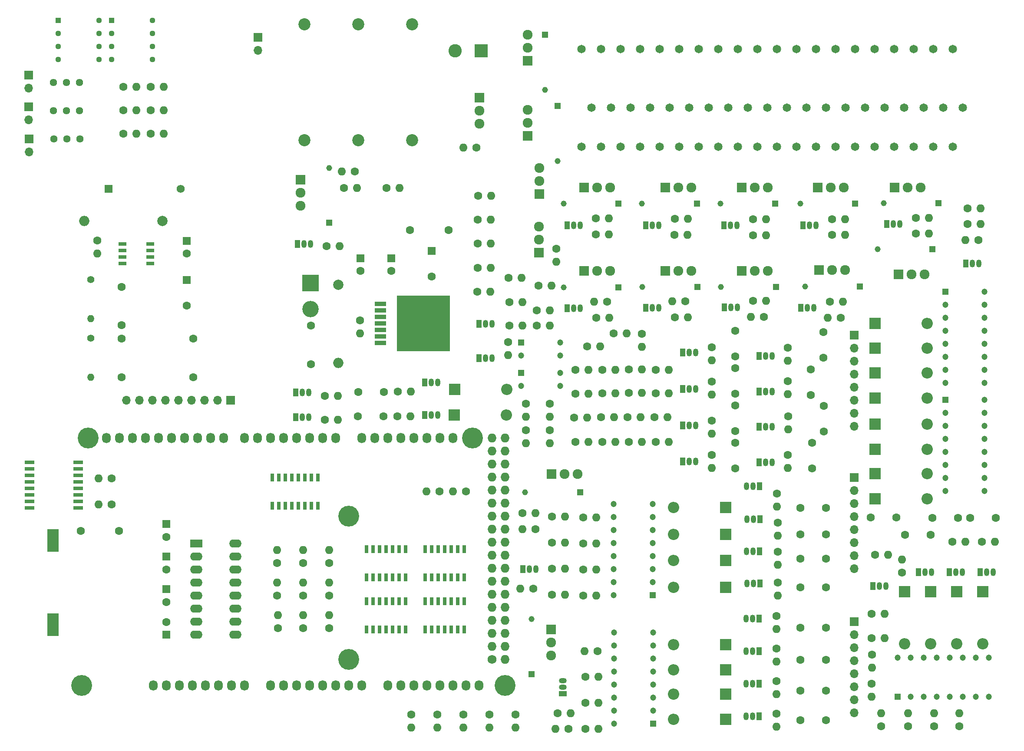
<source format=gbr>
G04 #@! TF.GenerationSoftware,KiCad,Pcbnew,(6.0.0)*
G04 #@! TF.CreationDate,2022-05-11T19:18:30-07:00*
G04 #@! TF.ProjectId,CampKeen,43616d70-4b65-4656-9e2e-6b696361645f,rev?*
G04 #@! TF.SameCoordinates,Original*
G04 #@! TF.FileFunction,Soldermask,Top*
G04 #@! TF.FilePolarity,Negative*
%FSLAX46Y46*%
G04 Gerber Fmt 4.6, Leading zero omitted, Abs format (unit mm)*
G04 Created by KiCad (PCBNEW (6.0.0)) date 2022-05-11 19:18:30*
%MOMM*%
%LPD*%
G01*
G04 APERTURE LIST*
%ADD10C,1.727200*%
%ADD11O,1.727200X1.727200*%
%ADD12O,1.727200X2.032000*%
%ADD13C,4.064000*%
%ADD14C,1.600000*%
%ADD15R,1.600000X1.600000*%
%ADD16R,1.925000X0.650000*%
%ADD17R,2.600000X2.600000*%
%ADD18C,2.600000*%
%ADD19C,1.650000*%
%ADD20R,1.700000X1.700000*%
%ADD21O,1.700000X1.700000*%
%ADD22C,2.000000*%
%ADD23O,2.000000X2.000000*%
%ADD24O,1.600000X1.600000*%
%ADD25C,2.360000*%
%ADD26R,2.300000X4.500000*%
%ADD27R,2.400000X1.600000*%
%ADD28O,2.400000X1.600000*%
%ADD29R,1.575000X1.575000*%
%ADD30C,1.575000*%
%ADD31R,1.528000X0.650000*%
%ADD32R,2.160000X0.910000*%
%ADD33R,10.410000X10.800001*%
%ADD34C,1.400000*%
%ADD35O,1.400000X1.400000*%
%ADD36R,3.200000X3.200000*%
%ADD37O,3.200000X3.200000*%
%ADD38R,1.920000X1.920000*%
%ADD39C,1.920000*%
%ADD40R,0.650000X1.525000*%
%ADD41R,2.200000X2.200000*%
%ADD42O,2.200000X2.200000*%
%ADD43R,1.130000X1.130000*%
%ADD44C,1.130000*%
%ADD45R,1.200000X1.200000*%
%ADD46C,1.200000*%
%ADD47R,1.500000X1.050000*%
%ADD48O,1.500000X1.050000*%
%ADD49R,1.050000X1.500000*%
%ADD50O,1.050000X1.500000*%
%ADD51C,1.440000*%
%ADD52R,1.150000X1.150000*%
%ADD53C,1.150000*%
G04 APERTURE END LIST*
D10*
X195153000Y-219416000D03*
D11*
X197693000Y-219416000D03*
X195153000Y-216876000D03*
X197693000Y-216876000D03*
X195153000Y-214336000D03*
X197693000Y-214336000D03*
X195153000Y-211796000D03*
X197693000Y-211796000D03*
X195153000Y-209256000D03*
X197693000Y-209256000D03*
X195153000Y-206716000D03*
X197693000Y-206716000D03*
X195153000Y-204176000D03*
X197693000Y-204176000D03*
X195153000Y-201636000D03*
X197693000Y-201636000D03*
X195153000Y-199096000D03*
X197693000Y-199096000D03*
X195153000Y-196556000D03*
X197693000Y-196556000D03*
X195153000Y-194016000D03*
X197693000Y-194016000D03*
X195153000Y-191476000D03*
X197693000Y-191476000D03*
X195153000Y-188936000D03*
X197693000Y-188936000D03*
X195153000Y-186396000D03*
X197693000Y-186396000D03*
X195153000Y-183856000D03*
X197693000Y-183856000D03*
X195153000Y-181316000D03*
X197693000Y-181316000D03*
X195153000Y-178776000D03*
X197693000Y-178776000D03*
X195153000Y-176236000D03*
X197693000Y-176236000D03*
D12*
X129113000Y-224496000D03*
X131653000Y-224496000D03*
X134193000Y-224496000D03*
X136733000Y-224496000D03*
X139273000Y-224496000D03*
X141813000Y-224496000D03*
X144353000Y-224496000D03*
X146893000Y-224496000D03*
X151973000Y-224496000D03*
X154513000Y-224496000D03*
X157053000Y-224496000D03*
X159593000Y-224496000D03*
X162133000Y-224496000D03*
X164673000Y-224496000D03*
X167213000Y-224496000D03*
X169753000Y-224496000D03*
X174833000Y-224496000D03*
X177373000Y-224496000D03*
X179913000Y-224496000D03*
X182453000Y-224496000D03*
X184993000Y-224496000D03*
X187533000Y-224496000D03*
X190073000Y-224496000D03*
X192613000Y-224496000D03*
X119969000Y-176236000D03*
X122509000Y-176236000D03*
X125049000Y-176236000D03*
X127589000Y-176236000D03*
X130129000Y-176236000D03*
X132669000Y-176236000D03*
X135209000Y-176236000D03*
X137749000Y-176236000D03*
X140289000Y-176236000D03*
X142829000Y-176236000D03*
X146893000Y-176236000D03*
X149433000Y-176236000D03*
X151973000Y-176236000D03*
X154513000Y-176236000D03*
X157053000Y-176236000D03*
X159593000Y-176236000D03*
X162133000Y-176236000D03*
X164673000Y-176236000D03*
X169753000Y-176236000D03*
X172293000Y-176236000D03*
X174833000Y-176236000D03*
X177373000Y-176236000D03*
X179913000Y-176236000D03*
X182453000Y-176236000D03*
X184993000Y-176236000D03*
X187533000Y-176236000D03*
D13*
X115143000Y-224496000D03*
X167213000Y-219416000D03*
X197693000Y-224496000D03*
X116413000Y-176236000D03*
X167213000Y-191476000D03*
X191343000Y-176236000D03*
D14*
X179170000Y-135640400D03*
X186670000Y-135640400D03*
X159861000Y-154329000D03*
X159861000Y-161829000D03*
D15*
X169486900Y-141164800D03*
D14*
X169486900Y-143664800D03*
D15*
X183409200Y-139716700D03*
D14*
X183409200Y-144716700D03*
X122428000Y-194310000D03*
X114928000Y-194310000D03*
D15*
X131653000Y-199350000D03*
D14*
X131653000Y-201850000D03*
D15*
X131653000Y-214590000D03*
D14*
X131653000Y-212090000D03*
D15*
X131653000Y-205700000D03*
D14*
X131653000Y-208200000D03*
D15*
X131653000Y-193000000D03*
D14*
X131653000Y-195500000D03*
D16*
X105016000Y-180975000D03*
X105016000Y-182245000D03*
X105016000Y-183515000D03*
X105016000Y-184785000D03*
X105016000Y-186055000D03*
X105016000Y-187325000D03*
X105016000Y-188595000D03*
X105016000Y-189865000D03*
X114440000Y-189865000D03*
X114440000Y-188595000D03*
X114440000Y-187325000D03*
X114440000Y-186055000D03*
X114440000Y-184785000D03*
X114440000Y-183515000D03*
X114440000Y-182245000D03*
X114440000Y-180975000D03*
D17*
X193026000Y-100701500D03*
D18*
X187946000Y-100701500D03*
D19*
X224028000Y-119380000D03*
X225928000Y-111760000D03*
X224028000Y-100330000D03*
X220218000Y-119380000D03*
X222118000Y-111760000D03*
X220218000Y-100330000D03*
X216408000Y-119380000D03*
X218308000Y-111760000D03*
X216408000Y-100330000D03*
X212598000Y-119380000D03*
X214498000Y-111760000D03*
X212598000Y-100330000D03*
X269748000Y-119380000D03*
X271648000Y-111760000D03*
X269748000Y-100330000D03*
X265938000Y-119380000D03*
X267838000Y-111760000D03*
X265938000Y-100330000D03*
X262128000Y-119380000D03*
X264028000Y-111760000D03*
X262128000Y-100330000D03*
X258318000Y-119380000D03*
X260218000Y-111760000D03*
X258318000Y-100330000D03*
X239268000Y-119380000D03*
X241168000Y-111760000D03*
X239268000Y-100330000D03*
X235458000Y-119380000D03*
X237358000Y-111760000D03*
X235458000Y-100330000D03*
X231648000Y-119380000D03*
X233548000Y-111760000D03*
X231648000Y-100330000D03*
X227838000Y-119380000D03*
X229738000Y-111760000D03*
X227838000Y-100330000D03*
D20*
X265765000Y-156170000D03*
D21*
X265765000Y-158710000D03*
X265765000Y-161250000D03*
X265765000Y-163790000D03*
X265765000Y-166330000D03*
X265765000Y-168870000D03*
X265765000Y-171410000D03*
X265765000Y-173950000D03*
D20*
X265765000Y-212050000D03*
D21*
X265765000Y-214590000D03*
X265765000Y-217130000D03*
X265765000Y-219670000D03*
X265765000Y-222210000D03*
X265765000Y-224750000D03*
X265765000Y-227290000D03*
X265765000Y-229830000D03*
D20*
X265765000Y-183905000D03*
D21*
X265765000Y-186445000D03*
X265765000Y-188985000D03*
X265765000Y-191525000D03*
X265765000Y-194065000D03*
X265765000Y-196605000D03*
X265765000Y-199145000D03*
X265765000Y-201685000D03*
D22*
X165185800Y-146307300D03*
D23*
X165185800Y-161547300D03*
D14*
X169404200Y-153310400D03*
D24*
X169404200Y-155850400D03*
D14*
X120985000Y-184110000D03*
D24*
X118445000Y-184110000D03*
D14*
X120985000Y-189190000D03*
D24*
X118445000Y-189190000D03*
D25*
X179552400Y-95581200D03*
X179552400Y-118181200D03*
D26*
X109555000Y-212630000D03*
X109555000Y-196230000D03*
D27*
X137495000Y-196810000D03*
D28*
X137495000Y-199350000D03*
X137495000Y-201890000D03*
X137495000Y-204430000D03*
X137495000Y-206970000D03*
X137495000Y-209510000D03*
X137495000Y-212050000D03*
X137495000Y-214590000D03*
X145115000Y-214590000D03*
X145115000Y-212050000D03*
X145115000Y-209510000D03*
X145115000Y-206970000D03*
X145115000Y-204430000D03*
X145115000Y-201890000D03*
X145115000Y-199350000D03*
X145115000Y-196810000D03*
D19*
X254508000Y-119380000D03*
X256408000Y-111760000D03*
X254508000Y-100330000D03*
X250698000Y-119380000D03*
X252598000Y-111760000D03*
X250698000Y-100330000D03*
X246888000Y-119380000D03*
X248788000Y-111760000D03*
X246888000Y-100330000D03*
X243078000Y-119380000D03*
X244978000Y-111760000D03*
X243078000Y-100330000D03*
D14*
X122915000Y-156840200D03*
X122915000Y-164340200D03*
X122915000Y-154260200D03*
X122915000Y-146760200D03*
X136885000Y-156840200D03*
X136885000Y-164340200D03*
D15*
X135615000Y-137790200D03*
D14*
X135615000Y-140290200D03*
D15*
X135615000Y-145410200D03*
D14*
X135615000Y-150410200D03*
D15*
X175473500Y-141164800D03*
D14*
X175473500Y-143664800D03*
D29*
X120375000Y-127630200D03*
D30*
X134475000Y-127630200D03*
D31*
X123079000Y-138385200D03*
X123079000Y-139655200D03*
X123079000Y-140925200D03*
X123079000Y-142195200D03*
X128501000Y-142195200D03*
X128501000Y-140925200D03*
X128501000Y-139655200D03*
X128501000Y-138385200D03*
D32*
X173410800Y-150104100D03*
X173410800Y-151374100D03*
X173410800Y-152644100D03*
X173410800Y-153914100D03*
X173410800Y-155184100D03*
X173410800Y-156454100D03*
X173410800Y-157724100D03*
D33*
X181730800Y-153914100D03*
D22*
X130870000Y-133940200D03*
D23*
X115630000Y-133940200D03*
D14*
X118170000Y-137750200D03*
D24*
X118170000Y-140290200D03*
D34*
X116900000Y-156800200D03*
D35*
X116900000Y-164420200D03*
D34*
X116900000Y-145370200D03*
D35*
X116900000Y-152990200D03*
D36*
X159766200Y-146010200D03*
D37*
X159766200Y-151090200D03*
D38*
X192676000Y-109894400D03*
D39*
X192676000Y-112434400D03*
X192676000Y-114974400D03*
D14*
X192065700Y-119630700D03*
D24*
X189525700Y-119630700D03*
D40*
X152273000Y-189402000D03*
X153543000Y-189402000D03*
X154813000Y-189402000D03*
X156083000Y-189402000D03*
X157353000Y-189402000D03*
X158623000Y-189402000D03*
X159893000Y-189402000D03*
X161163000Y-189402000D03*
X161163000Y-183978000D03*
X159893000Y-183978000D03*
X158623000Y-183978000D03*
X157353000Y-183978000D03*
X156083000Y-183978000D03*
X154813000Y-183978000D03*
X153543000Y-183978000D03*
X152273000Y-183978000D03*
D20*
X144205000Y-168865200D03*
D21*
X141665000Y-168865200D03*
X139125000Y-168865200D03*
X136585000Y-168865200D03*
X134045000Y-168865200D03*
X131505000Y-168865200D03*
X128965000Y-168865200D03*
X126425000Y-168865200D03*
X123885000Y-168865200D03*
D19*
X284988000Y-119380000D03*
X286888000Y-111760000D03*
X284988000Y-100330000D03*
X281178000Y-119380000D03*
X283078000Y-111760000D03*
X281178000Y-100330000D03*
X277368000Y-119380000D03*
X279268000Y-111760000D03*
X277368000Y-100330000D03*
X273558000Y-119380000D03*
X275458000Y-111760000D03*
X273558000Y-100330000D03*
D25*
X169058859Y-95576059D03*
X169058859Y-118176059D03*
D14*
X255238900Y-231305000D03*
X260238900Y-231305000D03*
X255238900Y-225480400D03*
X260238900Y-225480400D03*
X255238900Y-219496300D03*
X260238900Y-219496300D03*
X255238900Y-213272800D03*
X260238900Y-213272800D03*
X255238900Y-205334400D03*
X260238900Y-205334400D03*
X255238900Y-199749200D03*
X260238900Y-199749200D03*
X255238900Y-189855400D03*
X260238900Y-189855400D03*
X255238900Y-195015000D03*
X260238900Y-195015000D03*
X268936700Y-191762600D03*
X273936700Y-191762600D03*
X288350700Y-191823900D03*
X293350700Y-191823900D03*
X275641600Y-195151700D03*
X280641600Y-195151700D03*
X280994500Y-191807700D03*
X285994500Y-191807700D03*
X259789000Y-155594600D03*
X259789000Y-160594600D03*
X257329700Y-162812500D03*
X257329700Y-167812500D03*
X259811300Y-169981400D03*
X259811300Y-174981400D03*
X257571100Y-177164100D03*
X257571100Y-182164100D03*
X242546100Y-155355000D03*
X242546100Y-160355000D03*
X242546100Y-162619600D03*
X242546100Y-167619600D03*
X169105700Y-167258900D03*
X174105700Y-167258900D03*
X169009800Y-172008200D03*
X174009800Y-172008200D03*
X242546100Y-169884100D03*
X242546100Y-174884100D03*
X242561800Y-177164100D03*
X242561800Y-182164100D03*
D41*
X240680900Y-231125800D03*
D42*
X230520900Y-231125800D03*
D41*
X269853100Y-173532700D03*
D42*
X280013100Y-173532700D03*
D41*
X240680900Y-226209700D03*
D42*
X230520900Y-226209700D03*
D41*
X240680900Y-216544100D03*
D42*
X230520900Y-216544100D03*
D41*
X240680900Y-221420000D03*
D42*
X230520900Y-221420000D03*
D41*
X240680900Y-205352800D03*
D42*
X230520900Y-205352800D03*
D41*
X240680900Y-195033400D03*
D42*
X230520900Y-195033400D03*
D41*
X240680900Y-200139900D03*
D42*
X230520900Y-200139900D03*
D41*
X240680900Y-189820600D03*
D42*
X230520900Y-189820600D03*
D41*
X275620200Y-206197400D03*
D42*
X275620200Y-216357400D03*
D41*
X280700200Y-206197400D03*
D42*
X280700200Y-216357400D03*
D41*
X285780200Y-206197400D03*
D42*
X285780200Y-216357400D03*
D41*
X290860200Y-206197400D03*
D42*
X290860200Y-216357400D03*
D41*
X269853100Y-178457200D03*
D42*
X280013100Y-178457200D03*
D41*
X269853100Y-183182700D03*
D42*
X280013100Y-183182700D03*
D41*
X269853100Y-188119400D03*
D42*
X280013100Y-188119400D03*
D41*
X187844900Y-166746900D03*
D42*
X198004900Y-166746900D03*
D41*
X187773600Y-171742900D03*
D42*
X197933600Y-171742900D03*
D41*
X269853100Y-153902800D03*
D42*
X280013100Y-153902800D03*
D41*
X269853100Y-158714300D03*
D42*
X280013100Y-158714300D03*
D41*
X269853100Y-163542200D03*
D42*
X280013100Y-163542200D03*
D41*
X269853100Y-168457600D03*
D42*
X280013100Y-168457600D03*
D43*
X121009000Y-94810400D03*
D44*
X121009000Y-97350400D03*
X121009000Y-99890400D03*
X121009000Y-102430400D03*
X128949000Y-102430400D03*
X128949000Y-99890400D03*
X128949000Y-97350400D03*
X128949000Y-94810400D03*
D43*
X110543800Y-94810400D03*
D44*
X110543800Y-97350400D03*
X110543800Y-99890400D03*
X110543800Y-102430400D03*
X118483800Y-102430400D03*
X118483800Y-99890400D03*
X118483800Y-97350400D03*
X118483800Y-94810400D03*
D40*
X182118000Y-203372000D03*
X183388000Y-203372000D03*
X184658000Y-203372000D03*
X185928000Y-203372000D03*
X187198000Y-203372000D03*
X188468000Y-203372000D03*
X189738000Y-203372000D03*
X189738000Y-197948000D03*
X188468000Y-197948000D03*
X187198000Y-197948000D03*
X185928000Y-197948000D03*
X184658000Y-197948000D03*
X183388000Y-197948000D03*
X182118000Y-197948000D03*
X170688000Y-203372000D03*
X171958000Y-203372000D03*
X173228000Y-203372000D03*
X174498000Y-203372000D03*
X175768000Y-203372000D03*
X177038000Y-203372000D03*
X178308000Y-203372000D03*
X178308000Y-197948000D03*
X177038000Y-197948000D03*
X175768000Y-197948000D03*
X174498000Y-197948000D03*
X173228000Y-197948000D03*
X171958000Y-197948000D03*
X170688000Y-197948000D03*
X170688000Y-213532000D03*
X171958000Y-213532000D03*
X173228000Y-213532000D03*
X174498000Y-213532000D03*
X175768000Y-213532000D03*
X177038000Y-213532000D03*
X178308000Y-213532000D03*
X178308000Y-208108000D03*
X177038000Y-208108000D03*
X175768000Y-208108000D03*
X174498000Y-208108000D03*
X173228000Y-208108000D03*
X171958000Y-208108000D03*
X170688000Y-208108000D03*
X182118000Y-213532000D03*
X183388000Y-213532000D03*
X184658000Y-213532000D03*
X185928000Y-213532000D03*
X187198000Y-213532000D03*
X188468000Y-213532000D03*
X189738000Y-213532000D03*
X189738000Y-208108000D03*
X188468000Y-208108000D03*
X187198000Y-208108000D03*
X185928000Y-208108000D03*
X184658000Y-208108000D03*
X183388000Y-208108000D03*
X182118000Y-208108000D03*
D45*
X200847400Y-157646900D03*
D46*
X200847400Y-160186900D03*
X208467400Y-160186900D03*
X208467400Y-157646900D03*
D45*
X200847400Y-163566100D03*
D46*
X200847400Y-166106100D03*
X208467400Y-166106100D03*
X208467400Y-163566100D03*
D20*
X104852500Y-117867000D03*
D21*
X104852500Y-120407000D03*
D20*
X104824700Y-111614900D03*
D21*
X104824700Y-114154900D03*
D20*
X104834900Y-105453700D03*
D21*
X104834900Y-107993700D03*
D25*
X158575900Y-118181200D03*
X158575900Y-95581200D03*
D47*
X208984900Y-226137200D03*
D48*
X208984900Y-224867200D03*
X208984900Y-223597200D03*
D38*
X206626700Y-213539500D03*
D39*
X206626700Y-216079500D03*
X206626700Y-218619500D03*
D49*
X247233200Y-230485000D03*
D50*
X245963200Y-230485000D03*
X244693200Y-230485000D03*
D49*
X247233200Y-224135000D03*
D50*
X245963200Y-224135000D03*
X244693200Y-224135000D03*
D49*
X247233200Y-217785000D03*
D50*
X245963200Y-217785000D03*
X244693200Y-217785000D03*
D49*
X247233200Y-211435000D03*
D50*
X245963200Y-211435000D03*
X244693200Y-211435000D03*
D49*
X157200500Y-138410300D03*
D50*
X158470500Y-138410300D03*
X159740500Y-138410300D03*
D38*
X157799800Y-125864700D03*
D39*
X157799800Y-128404700D03*
X157799800Y-130944700D03*
D49*
X201124800Y-201797100D03*
D50*
X202394800Y-201797100D03*
X203664800Y-201797100D03*
D38*
X206736600Y-183286100D03*
D39*
X209276600Y-183286100D03*
X211816600Y-183286100D03*
D49*
X247395700Y-204619600D03*
D50*
X246125700Y-204619600D03*
X244855700Y-204619600D03*
D49*
X247306600Y-198366100D03*
D50*
X246036600Y-198366100D03*
X244766600Y-198366100D03*
D49*
X247313200Y-185653200D03*
D50*
X246043200Y-185653200D03*
X244773200Y-185653200D03*
D49*
X247366400Y-192036300D03*
D50*
X246096400Y-192036300D03*
X244826400Y-192036300D03*
D49*
X269388700Y-205133500D03*
D50*
X270658700Y-205133500D03*
X271928700Y-205133500D03*
D49*
X290287600Y-202401200D03*
D50*
X291557600Y-202401200D03*
X292827600Y-202401200D03*
D49*
X278306800Y-202401200D03*
D50*
X279576800Y-202401200D03*
X280846800Y-202401200D03*
D49*
X284297200Y-202401200D03*
D50*
X285567200Y-202401200D03*
X286837200Y-202401200D03*
D49*
X247184700Y-160263300D03*
D50*
X248454700Y-160263300D03*
X249724700Y-160263300D03*
D49*
X247184700Y-167157700D03*
D50*
X248454700Y-167157700D03*
X249724700Y-167157700D03*
D49*
X247184700Y-174052000D03*
D50*
X248454700Y-174052000D03*
X249724700Y-174052000D03*
D49*
X247184700Y-180946400D03*
D50*
X248454700Y-180946400D03*
X249724700Y-180946400D03*
D49*
X232355400Y-159553300D03*
D50*
X233625400Y-159553300D03*
X234895400Y-159553300D03*
D49*
X232355400Y-166644300D03*
D50*
X233625400Y-166644300D03*
X234895400Y-166644300D03*
D49*
X182001000Y-165390600D03*
D50*
X183271000Y-165390600D03*
X184541000Y-165390600D03*
D49*
X182001000Y-171723000D03*
D50*
X183271000Y-171723000D03*
X184541000Y-171723000D03*
D49*
X232355400Y-173735300D03*
D50*
X233625400Y-173735300D03*
X234895400Y-173735300D03*
D49*
X232355400Y-180826300D03*
D50*
X233625400Y-180826300D03*
X234895400Y-180826300D03*
D49*
X209768900Y-134734400D03*
D50*
X211038900Y-134734400D03*
X212308900Y-134734400D03*
D49*
X225114700Y-150857700D03*
D50*
X226384700Y-150857700D03*
X227654700Y-150857700D03*
D38*
X213088400Y-127384000D03*
D39*
X215628400Y-127384000D03*
X218168400Y-127384000D03*
D38*
X228953000Y-143602200D03*
D39*
X231493000Y-143602200D03*
X234033000Y-143602200D03*
D49*
X209810700Y-150902700D03*
D50*
X211080700Y-150902700D03*
X212350700Y-150902700D03*
D38*
X213088400Y-143602200D03*
D39*
X215628400Y-143602200D03*
X218168400Y-143602200D03*
D49*
X225107000Y-134714600D03*
D50*
X226377000Y-134714600D03*
X227647000Y-134714600D03*
D38*
X228953000Y-127384000D03*
D39*
X231493000Y-127384000D03*
X234033000Y-127384000D03*
D49*
X240351700Y-134768200D03*
D50*
X241621700Y-134768200D03*
X242891700Y-134768200D03*
D38*
X243794000Y-127384000D03*
D39*
X246334000Y-127384000D03*
X248874000Y-127384000D03*
D49*
X287479500Y-142206100D03*
D50*
X288749500Y-142206100D03*
X290019500Y-142206100D03*
D38*
X274354900Y-144311500D03*
D39*
X276894900Y-144311500D03*
X279434900Y-144311500D03*
D49*
X272112700Y-134507000D03*
D50*
X273382700Y-134507000D03*
X274652700Y-134507000D03*
D49*
X255369800Y-150820800D03*
D50*
X256639800Y-150820800D03*
X257909800Y-150820800D03*
D38*
X273644600Y-127384000D03*
D39*
X276184600Y-127384000D03*
X278724600Y-127384000D03*
D38*
X258866800Y-143498500D03*
D39*
X261406800Y-143498500D03*
X263946800Y-143498500D03*
D49*
X156888000Y-167302200D03*
D50*
X158158000Y-167302200D03*
X159428000Y-167302200D03*
D38*
X202090500Y-117335600D03*
D39*
X202090500Y-114795600D03*
X202090500Y-112255600D03*
D49*
X255804100Y-134768200D03*
D50*
X257074100Y-134768200D03*
X258344100Y-134768200D03*
D38*
X258650200Y-127384000D03*
D39*
X261190200Y-127384000D03*
X263730200Y-127384000D03*
D49*
X192629500Y-160651900D03*
D50*
X193899500Y-160651900D03*
X195169500Y-160651900D03*
D38*
X202090500Y-102629000D03*
D39*
X202090500Y-100089000D03*
X202090500Y-97549000D03*
D49*
X240412800Y-150774300D03*
D50*
X241682800Y-150774300D03*
X242952800Y-150774300D03*
D38*
X243794000Y-143602200D03*
D39*
X246334000Y-143602200D03*
X248874000Y-143602200D03*
D49*
X156888000Y-172151300D03*
D50*
X158158000Y-172151300D03*
X159428000Y-172151300D03*
D38*
X204402600Y-128661100D03*
D39*
X204402600Y-126121100D03*
X204402600Y-123581100D03*
D49*
X192629500Y-153972200D03*
D50*
X193899500Y-153972200D03*
X195169500Y-153972200D03*
D38*
X204297600Y-140048200D03*
D39*
X204297600Y-137508200D03*
X204297600Y-134968200D03*
D45*
X226547900Y-231942300D03*
D46*
X226547900Y-229402300D03*
X226547900Y-226862300D03*
X226547900Y-224322300D03*
X226547900Y-221782300D03*
X226547900Y-219242300D03*
X226547900Y-216702300D03*
X226547900Y-214162300D03*
X218927900Y-214162300D03*
X218927900Y-216702300D03*
X218927900Y-219242300D03*
X218927900Y-221782300D03*
X218927900Y-224322300D03*
X218927900Y-226862300D03*
X218927900Y-229402300D03*
X218927900Y-231942300D03*
D45*
X226451200Y-206913800D03*
D46*
X226451200Y-204373800D03*
X226451200Y-201833800D03*
X226451200Y-199293800D03*
X226451200Y-196753800D03*
X226451200Y-194213800D03*
X226451200Y-191673800D03*
X226451200Y-189133800D03*
X218831200Y-189133800D03*
X218831200Y-191673800D03*
X218831200Y-194213800D03*
X218831200Y-196753800D03*
X218831200Y-199293800D03*
X218831200Y-201833800D03*
X218831200Y-204373800D03*
X218831200Y-206913800D03*
D45*
X274227500Y-226685600D03*
D46*
X276767500Y-226685600D03*
X279307500Y-226685600D03*
X281847500Y-226685600D03*
X284387500Y-226685600D03*
X286927500Y-226685600D03*
X289467500Y-226685600D03*
X292007500Y-226685600D03*
X292007500Y-219065600D03*
X289467500Y-219065600D03*
X286927500Y-219065600D03*
X284387500Y-219065600D03*
X281847500Y-219065600D03*
X279307500Y-219065600D03*
X276767500Y-219065600D03*
X274227500Y-219065600D03*
D45*
X283566300Y-168792100D03*
D46*
X283566300Y-171332100D03*
X283566300Y-173872100D03*
X283566300Y-176412100D03*
X283566300Y-178952100D03*
X283566300Y-181492100D03*
X283566300Y-184032100D03*
X283566300Y-186572100D03*
X291186300Y-186572100D03*
X291186300Y-184032100D03*
X291186300Y-181492100D03*
X291186300Y-178952100D03*
X291186300Y-176412100D03*
X291186300Y-173872100D03*
X291186300Y-171332100D03*
X291186300Y-168792100D03*
D45*
X283566300Y-147678000D03*
D46*
X283566300Y-150218000D03*
X283566300Y-152758000D03*
X283566300Y-155298000D03*
X283566300Y-157838000D03*
X283566300Y-160378000D03*
X283566300Y-162918000D03*
X283566300Y-165458000D03*
X291186300Y-165458000D03*
X291186300Y-162918000D03*
X291186300Y-160378000D03*
X291186300Y-157838000D03*
X291186300Y-155298000D03*
X291186300Y-152758000D03*
X291186300Y-150218000D03*
X291186300Y-147678000D03*
D14*
X123288700Y-107720500D03*
D24*
X125828700Y-107720500D03*
D14*
X123288700Y-112270100D03*
D24*
X125828700Y-112270100D03*
D14*
X128563900Y-116879300D03*
D24*
X131103900Y-116879300D03*
D14*
X128563900Y-107720500D03*
D24*
X131103900Y-107720500D03*
D14*
X128563900Y-112270100D03*
D24*
X131103900Y-112270100D03*
D14*
X123288700Y-116879300D03*
D24*
X125828700Y-116879300D03*
D14*
X271048000Y-232475500D03*
D24*
X271048000Y-229935500D03*
D14*
X215722800Y-217785100D03*
D24*
X213182800Y-217785100D03*
D14*
X210021300Y-232987200D03*
D24*
X207481300Y-232987200D03*
D14*
X207959300Y-229910900D03*
D24*
X210499300Y-229910900D03*
D14*
X250595300Y-229984200D03*
D24*
X250595300Y-232524200D03*
D14*
X250595300Y-223634200D03*
D24*
X250595300Y-226174200D03*
D14*
X213357200Y-232952800D03*
D24*
X215897200Y-232952800D03*
D14*
X213357200Y-227872800D03*
D24*
X215897200Y-227872800D03*
D14*
X250595300Y-217284200D03*
D24*
X250595300Y-219824200D03*
D14*
X250595300Y-210934200D03*
D24*
X250595300Y-213474200D03*
D14*
X194645900Y-230131700D03*
D24*
X194645900Y-232671700D03*
D14*
X199725900Y-230131700D03*
D24*
X199725900Y-232671700D03*
D14*
X153243000Y-200620000D03*
D24*
X153243000Y-198080000D03*
D14*
X158323000Y-200620000D03*
D24*
X158323000Y-198080000D03*
D14*
X163403000Y-200620000D03*
D24*
X163403000Y-198080000D03*
D14*
X153243000Y-206970000D03*
D24*
X153243000Y-204430000D03*
D14*
X158323000Y-206970000D03*
D24*
X158323000Y-204430000D03*
D14*
X163403000Y-206970000D03*
D24*
X163403000Y-204430000D03*
D14*
X153428000Y-213320000D03*
D24*
X153428000Y-210780000D03*
D14*
X158323000Y-213320000D03*
D24*
X158323000Y-210780000D03*
D14*
X163403000Y-213320000D03*
D24*
X163403000Y-210780000D03*
D14*
X162873400Y-138774700D03*
D24*
X165413400Y-138774700D03*
D14*
X166282200Y-127450500D03*
D24*
X168822200Y-127450500D03*
D14*
X168428300Y-124281900D03*
D24*
X165888300Y-124281900D03*
D14*
X184903700Y-186662400D03*
D24*
X182363700Y-186662400D03*
D14*
X190073000Y-186650000D03*
D24*
X187533000Y-186650000D03*
D14*
X203199300Y-205626900D03*
D24*
X200659300Y-205626900D03*
D14*
X201111600Y-190892600D03*
D24*
X203651600Y-190892600D03*
D14*
X203611700Y-194031000D03*
D24*
X201071700Y-194031000D03*
D14*
X250823900Y-204430100D03*
D24*
X250823900Y-206970100D03*
D14*
X250823900Y-198419300D03*
D24*
X250823900Y-200959300D03*
D14*
X206843000Y-206790000D03*
D24*
X209383000Y-206790000D03*
D14*
X206843000Y-191550000D03*
D24*
X209383000Y-191550000D03*
D14*
X250664400Y-187089400D03*
D24*
X250664400Y-189629400D03*
D14*
X250823900Y-192727800D03*
D24*
X250823900Y-195267800D03*
D14*
X206843000Y-201710000D03*
D24*
X209383000Y-201710000D03*
D14*
X206843000Y-196630000D03*
D24*
X209383000Y-196630000D03*
D14*
X269782700Y-199026400D03*
D24*
X272322700Y-199026400D03*
D14*
X290659700Y-196482800D03*
D24*
X293199700Y-196482800D03*
D14*
X269111100Y-210560100D03*
D24*
X271651100Y-210560100D03*
D14*
X269182100Y-224124200D03*
D24*
X269182100Y-226664200D03*
D14*
X275030700Y-202454300D03*
D24*
X275030700Y-199914300D03*
D14*
X284856100Y-196482800D03*
D24*
X287396100Y-196482800D03*
D14*
X269242100Y-218480700D03*
D24*
X269242100Y-221020700D03*
D14*
X269111100Y-215283000D03*
D24*
X271651100Y-215283000D03*
D14*
X252820200Y-158656600D03*
D24*
X252820200Y-161196600D03*
D14*
X252789100Y-165171700D03*
D24*
X252789100Y-167711700D03*
D14*
X252864700Y-171998200D03*
D24*
X252864700Y-174538200D03*
D14*
X252788200Y-179524000D03*
D24*
X252788200Y-182064000D03*
D14*
X216627800Y-167522500D03*
D24*
X219167800Y-167522500D03*
D14*
X216627800Y-176956000D03*
D24*
X219167800Y-176956000D03*
D14*
X216627800Y-162914600D03*
D24*
X219167800Y-162914600D03*
D14*
X216363300Y-172195100D03*
D24*
X218903300Y-172195100D03*
D14*
X237998900Y-158560600D03*
D24*
X237998900Y-161100600D03*
D14*
X237998900Y-165224800D03*
D24*
X237998900Y-167764800D03*
D14*
X176781300Y-167210900D03*
D24*
X179321300Y-167210900D03*
D14*
X213357200Y-222792800D03*
D24*
X215897200Y-222792800D03*
D14*
X184485900Y-230131700D03*
D24*
X184485900Y-232671700D03*
D14*
X179405900Y-230131700D03*
D24*
X179405900Y-232671700D03*
D14*
X176685400Y-171960200D03*
D24*
X179225400Y-171960200D03*
D14*
X237998900Y-172868000D03*
D24*
X237998900Y-175408000D03*
D14*
X237998900Y-179547100D03*
D24*
X237998900Y-182087100D03*
D14*
X189565900Y-230131700D03*
D24*
X189565900Y-232671700D03*
D14*
X212893300Y-206930100D03*
D24*
X215433300Y-206930100D03*
D14*
X212893300Y-201850100D03*
D24*
X215433300Y-201850100D03*
D14*
X203843100Y-151304500D03*
D24*
X206383100Y-151304500D03*
D14*
X198498800Y-149707200D03*
D24*
X201038800Y-149707200D03*
D14*
X215386600Y-133431600D03*
D24*
X217926600Y-133431600D03*
D14*
X215394100Y-136519100D03*
D24*
X217934100Y-136519100D03*
D14*
X232861800Y-149583000D03*
D24*
X230321800Y-149583000D03*
D14*
X230785700Y-152697100D03*
D24*
X233325700Y-152697100D03*
D14*
X224314700Y-155913500D03*
D24*
X224314700Y-158453500D03*
D14*
X217611700Y-149660500D03*
D24*
X215071700Y-149660500D03*
D14*
X215478200Y-152773600D03*
D24*
X218018200Y-152773600D03*
D14*
X204230300Y-146512500D03*
D24*
X206770300Y-146512500D03*
D14*
X230777400Y-133479600D03*
D24*
X233317400Y-133479600D03*
D14*
X230739700Y-136612300D03*
D24*
X233279700Y-136612300D03*
D14*
X203843100Y-154305500D03*
D24*
X206383100Y-154305500D03*
D14*
X246012600Y-136666600D03*
D24*
X248552600Y-136666600D03*
D14*
X245989500Y-133538300D03*
D24*
X248529500Y-133538300D03*
D14*
X192401800Y-128994900D03*
D24*
X194941800Y-128994900D03*
D14*
X289945200Y-137654800D03*
D24*
X287405200Y-137654800D03*
D14*
X287837100Y-134475900D03*
D24*
X290377100Y-134475900D03*
D14*
X287848200Y-131402000D03*
D24*
X290388200Y-131402000D03*
D14*
X198492600Y-154316600D03*
D24*
X201032600Y-154316600D03*
D14*
X277740400Y-136393600D03*
D24*
X280280400Y-136393600D03*
D14*
X277760500Y-133287100D03*
D24*
X280300500Y-133287100D03*
D14*
X261013300Y-149626000D03*
D24*
X263553300Y-149626000D03*
D14*
X263114600Y-152802000D03*
D24*
X260574600Y-152802000D03*
D14*
X192393800Y-143011800D03*
D24*
X194933800Y-143011800D03*
D14*
X162580100Y-168035600D03*
D24*
X165120100Y-168035600D03*
D14*
X162580100Y-172694500D03*
D24*
X165120100Y-172694500D03*
D14*
X198367400Y-144984000D03*
D24*
X200907400Y-144984000D03*
D14*
X261444300Y-136632000D03*
D24*
X263984300Y-136632000D03*
D14*
X261444300Y-133533300D03*
D24*
X263984300Y-133533300D03*
D14*
X192385700Y-133645700D03*
D24*
X194925700Y-133645700D03*
D14*
X213721600Y-158353400D03*
D24*
X216261600Y-158353400D03*
D14*
X218887600Y-155849600D03*
D24*
X221427600Y-155849600D03*
D14*
X192321200Y-138324700D03*
D24*
X194861200Y-138324700D03*
D14*
X248142400Y-152614500D03*
D24*
X245602400Y-152614500D03*
D14*
X246034400Y-149519200D03*
D24*
X248574400Y-149519200D03*
D14*
X192296900Y-147701400D03*
D24*
X194836900Y-147701400D03*
D14*
X174581900Y-127498200D03*
D24*
X177121900Y-127498200D03*
D14*
X276271300Y-232475500D03*
D24*
X276271300Y-229935500D03*
D14*
X198254200Y-157521800D03*
D24*
X198254200Y-160061800D03*
D14*
X207714400Y-139352600D03*
D24*
X207714400Y-141892600D03*
D14*
X281314400Y-232475500D03*
D24*
X281314400Y-229935500D03*
D14*
X286267500Y-232475500D03*
D24*
X286267500Y-229935500D03*
D14*
X212893300Y-196770100D03*
D24*
X215433300Y-196770100D03*
D14*
X212893300Y-191690100D03*
D24*
X215433300Y-191690100D03*
D14*
X206390300Y-169539000D03*
D24*
X206390300Y-172079000D03*
D14*
X206390300Y-174744600D03*
D24*
X206390300Y-177284600D03*
D14*
X201717000Y-169539000D03*
D24*
X201717000Y-172079000D03*
D14*
X221836100Y-176956000D03*
D24*
X224376100Y-176956000D03*
D14*
X221571500Y-172135000D03*
D24*
X224111500Y-172135000D03*
D14*
X221836100Y-167462400D03*
D24*
X224376100Y-167462400D03*
D14*
X201717000Y-174744600D03*
D24*
X201717000Y-177284600D03*
D14*
X221836100Y-162854600D03*
D24*
X224376100Y-162854600D03*
D14*
X211419600Y-162974600D03*
D24*
X213959600Y-162974600D03*
D14*
X211419600Y-167582500D03*
D24*
X213959600Y-167582500D03*
D14*
X211419600Y-176956000D03*
D24*
X213959600Y-176956000D03*
D14*
X211155000Y-172255100D03*
D24*
X213695000Y-172255100D03*
D14*
X227044300Y-162914600D03*
D24*
X229584300Y-162914600D03*
D14*
X227044300Y-167522500D03*
D24*
X229584300Y-167522500D03*
D14*
X226779800Y-172195100D03*
D24*
X229319800Y-172195100D03*
D14*
X227044300Y-176956000D03*
D24*
X229584300Y-176956000D03*
D51*
X114761200Y-117885900D03*
X112221200Y-117885900D03*
X109681200Y-117885900D03*
X114755400Y-106876600D03*
X112215400Y-106876600D03*
X109675400Y-106876600D03*
X114740100Y-112371200D03*
X112200100Y-112371200D03*
X109660100Y-112371200D03*
D52*
X202850100Y-222263100D03*
D53*
X202850100Y-211563100D03*
D52*
X163401300Y-134266900D03*
D53*
X163401300Y-123566900D03*
D52*
X212321800Y-186796800D03*
D53*
X201621800Y-186796800D03*
D52*
X219823900Y-130532500D03*
D53*
X209123900Y-130532500D03*
D52*
X235169800Y-146806200D03*
D53*
X224469800Y-146806200D03*
D52*
X219823900Y-146839400D03*
D53*
X209123900Y-146839400D03*
D52*
X235082400Y-130532500D03*
D53*
X224382400Y-130532500D03*
D52*
X250385462Y-130531212D03*
D53*
X239685462Y-130531212D03*
D52*
X281029100Y-139409500D03*
D53*
X270329100Y-139409500D03*
D52*
X282184100Y-130440300D03*
D53*
X271484100Y-130440300D03*
D52*
X266870900Y-146718500D03*
D53*
X256170900Y-146718500D03*
D52*
X207899300Y-111480600D03*
D53*
X207899300Y-122180600D03*
D52*
X265931800Y-130532500D03*
D53*
X255231800Y-130532500D03*
D52*
X205502000Y-97603900D03*
D53*
X205502000Y-108303900D03*
D52*
X250492500Y-146769100D03*
D53*
X239792500Y-146769100D03*
D20*
X149507200Y-98101000D03*
D21*
X149507200Y-100641000D03*
M02*

</source>
